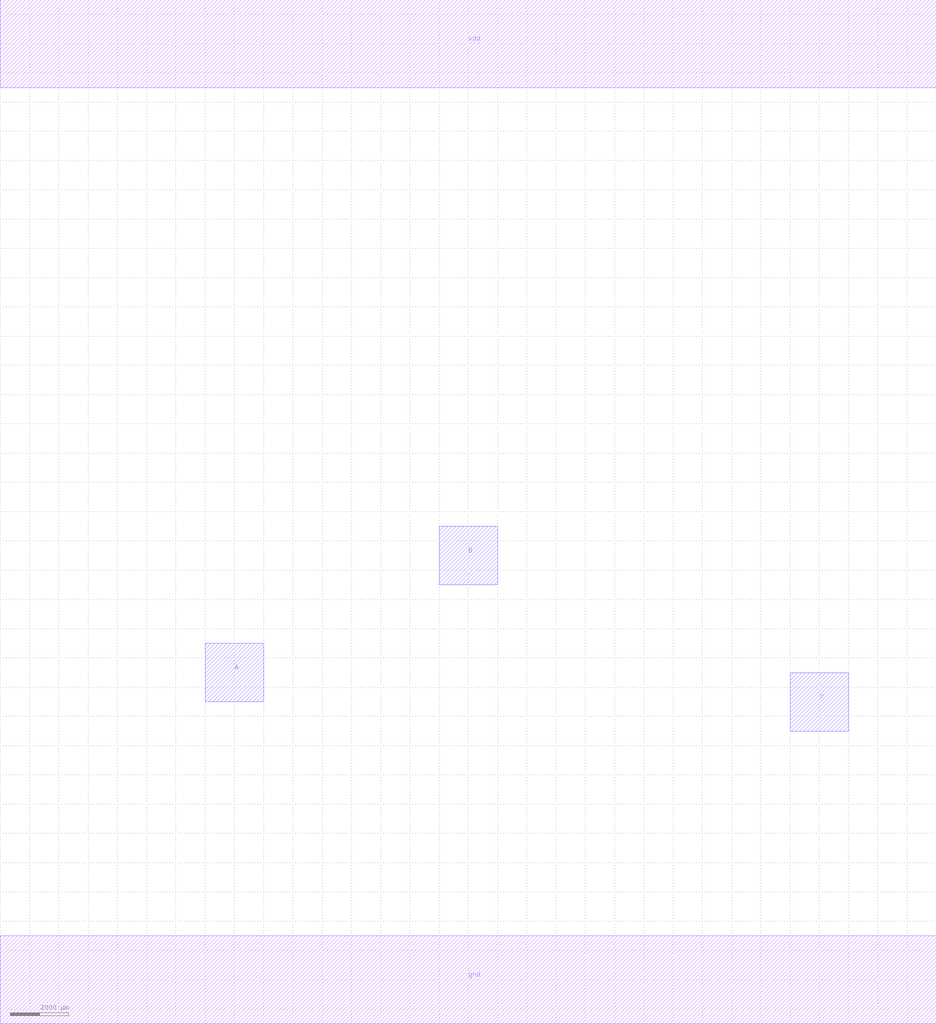
<source format=lef>
MACRO OR2X2
 CLASS CORE ;
 ORIGIN 0 0 ;
 FOREIGN OR2X2 0 0 ;
 SITE CORE ;
 SYMMETRY X Y R90 ;
  PIN vdd
   DIRECTION INOUT ;
   USE SIGNAL ;
   SHAPE ABUTMENT ;
    PORT
     CLASS CORE ;
       LAYER metal1 ;
        RECT 0.00000000 30500.00000000 32000.00000000 33500.00000000 ;
    END
  END vdd

  PIN gnd
   DIRECTION INOUT ;
   USE SIGNAL ;
   SHAPE ABUTMENT ;
    PORT
     CLASS CORE ;
       LAYER metal1 ;
        RECT 0.00000000 -1500.00000000 32000.00000000 1500.00000000 ;
    END
  END gnd

  PIN A
   DIRECTION INOUT ;
   USE SIGNAL ;
   SHAPE ABUTMENT ;
    PORT
     CLASS CORE ;
       LAYER metal2 ;
        RECT 7000.00000000 9500.00000000 9000.00000000 11500.00000000 ;
    END
  END A

  PIN B
   DIRECTION INOUT ;
   USE SIGNAL ;
   SHAPE ABUTMENT ;
    PORT
     CLASS CORE ;
       LAYER metal2 ;
        RECT 15000.00000000 13500.00000000 17000.00000000 15500.00000000 ;
    END
  END B

  PIN Y
   DIRECTION INOUT ;
   USE SIGNAL ;
   SHAPE ABUTMENT ;
    PORT
     CLASS CORE ;
       LAYER metal2 ;
        RECT 27000.00000000 8500.00000000 29000.00000000 10500.00000000 ;
    END
  END Y


END OR2X2

</source>
